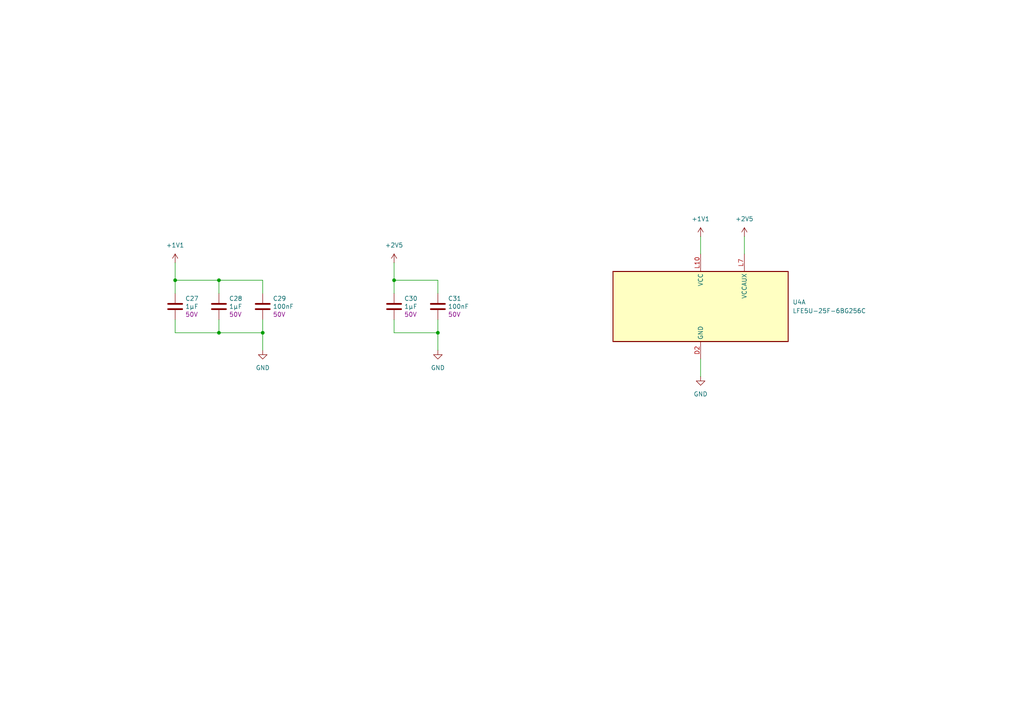
<source format=kicad_sch>
(kicad_sch (version 20250114) (generator "eeschema") (generator_version "9.0")
  (paper "A4")
  (title_block (title "Clavier - FPGA power") (date "2025-06-01") (rev "1.0") (company "Copyright (c) 2025 L. Sartory") (comment 1 "SPDX-License-Identifier: CERN-OHL-P-2.0"))
  (lib_symbols
    (symbol "Device:C" (pin_numbers (hide yes)) (pin_names (offset 0.254))
      (property "Reference" "C" (at 0.635 2.54 0))
      (property "Value" "C" (at 0.635 -2.54 0))
      (symbol "C_0_1"
        (polyline (pts (xy -2.032 0.762) (xy 2.032 0.762)) (stroke (width 0.508)))
        (polyline (pts (xy -2.032 -0.762) (xy 2.032 -0.762)) (stroke (width 0.508)))
      )
      (symbol "C_1_1"
        (pin passive line (at 0 3.81 270) (length 2.794) (name "~") (number "1"))
        (pin passive line (at 0 -3.81 90) (length 2.794) (name "~") (number "2"))
      )
    )
    (symbol "clavier:LFE5U-25F-6BG256x"
      (property "Reference" "U" (at 24.13 0 0))
      (property "Value" "LFE5U-25F-6BG256x" (at 24.13 -2.54 0))
      (symbol "LFE5U-25F-6BG256x_1_1"
        (rectangle (start -25.4 10.16) (end 25.4 -10.16) (stroke (width 0.3048)) (fill (type background)))
        (pin passive line (at 0 15.24 270) (length 5.08) (hide yes) (name "VCC") (number "G6"))
        (pin passive line (at 0 15.24 270) (length 5.08) (hide yes) (name "VCC") (number "G7"))
        (pin passive line (at 0 15.24 270) (length 5.08) (hide yes) (name "VCC") (number "G9"))
        (pin power_in line (at 0 15.24 270) (length 5.08) (name "VCC") (number "L10"))
        (pin passive line (at 0 15.24 270) (length 5.08) (hide yes) (name "VCC") (number "L8"))
        (pin passive line (at 0 15.24 270) (length 5.08) (hide yes) (name "VCC") (number "L9"))
        (pin passive line (at 0 -15.24 90) (length 5.08) (hide yes) (name "GND") (number "A1"))
        (pin passive line (at 0 -15.24 90) (length 5.08) (hide yes) (name "GND") (number "A16"))
        (pin passive line (at 0 -15.24 90) (length 5.08) (hide yes) (name "GND") (number "D15"))
        (pin power_in line (at 0 -15.24 90) (length 5.08) (name "GND") (number "D2"))
        (pin passive line (at 0 -15.24 90) (length 5.08) (hide yes) (name "GND") (number "F8"))
        (pin passive line (at 0 -15.24 90) (length 5.08) (hide yes) (name "GND") (number "F9"))
        (pin passive line (at 0 -15.24 90) (length 5.08) (hide yes) (name "GND") (number "G10"))
        (pin passive line (at 0 -15.24 90) (length 5.08) (hide yes) (name "GND") (number "G8"))
        (pin passive line (at 0 -15.24 90) (length 5.08) (hide yes) (name "GND") (number "H1"))
        (pin passive line (at 0 -15.24 90) (length 5.08) (hide yes) (name "GND") (number "H10"))
        (pin passive line (at 0 -15.24 90) (length 5.08) (hide yes) (name "GND") (number "H16"))
        (pin passive line (at 0 -15.24 90) (length 5.08) (hide yes) (name "GND") (number "H8"))
        (pin passive line (at 0 -15.24 90) (length 5.08) (hide yes) (name "GND") (number "H9"))
        (pin passive line (at 0 -15.24 90) (length 5.08) (hide yes) (name "GND") (number "J10"))
        (pin passive line (at 0 -15.24 90) (length 5.08) (hide yes) (name "GND") (number "J8"))
        (pin passive line (at 0 -15.24 90) (length 5.08) (hide yes) (name "GND") (number "J9"))
        (pin passive line (at 0 -15.24 90) (length 5.08) (hide yes) (name "GND") (number "K10"))
        (pin passive line (at 0 -15.24 90) (length 5.08) (hide yes) (name "GND") (number "K6"))
        (pin passive line (at 0 -15.24 90) (length 5.08) (hide yes) (name "GND") (number "K7"))
        (pin passive line (at 0 -15.24 90) (length 5.08) (hide yes) (name "GND") (number "K8"))
        (pin passive line (at 0 -15.24 90) (length 5.08) (hide yes) (name "GND") (number "K9"))
        (pin passive line (at 0 -15.24 90) (length 5.08) (hide yes) (name "GND") (number "N15"))
        (pin passive line (at 0 -15.24 90) (length 5.08) (hide yes) (name "GND") (number "N2"))
        (pin passive line (at 0 -15.24 90) (length 5.08) (hide yes) (name "GND") (number "T1"))
        (pin passive line (at 0 -15.24 90) (length 5.08) (hide yes) (name "GND") (number "T12"))
        (pin passive line (at 0 -15.24 90) (length 5.08) (hide yes) (name "GND") (number "T16"))
        (pin passive line (at 0 -15.24 90) (length 5.08) (hide yes) (name "GND") (number "T5"))
        (pin passive line (at 12.7 15.24 270) (length 5.08) (hide yes) (name "VCCAUX") (number "G11"))
        (pin power_in line (at 12.7 15.24 270) (length 5.08) (name "VCCAUX") (number "L7"))
      )
      (symbol "LFE5U-25F-6BG256x_2_1"
        (rectangle (start -5.08 35.56) (end 5.08 -35.56) (stroke (width 0.3048)) (fill (type background)))
        (pin bidirectional line (at -10.16 25.4 0) (length 5.08) (name "PT4A") (number "A2"))
        (pin bidirectional line (at -10.16 22.86 0) (length 5.08) (name "PT4B") (number "B3"))
        (pin bidirectional line (at -10.16 20.32 0) (length 5.08) (name "PT6A") (number "A3"))
        (pin bidirectional line (at -10.16 17.78 0) (length 5.08) (name "PT6B") (number "A4"))
        (pin bidirectional line (at -10.16 15.24 0) (length 5.08) (name "PT9A") (number "E4"))
        (pin bidirectional line (at -10.16 12.7 0) (length 5.08) (name "PT9B") (number "D4"))
        (pin bidirectional line (at -10.16 10.16 0) (length 5.08) (name "PT11A") (number "C4"))
        (pin bidirectional line (at -10.16 7.62 0) (length 5.08) (name "PT11B") (number "B4"))
        (pin bidirectional line (at -10.16 5.08 0) (length 5.08) (name "PT13A") (number "E5"))
        (pin bidirectional line (at -10.16 2.54 0) (length 5.08) (name "PT13B") (number "D5"))
        (pin bidirectional line (at -10.16 0 0) (length 5.08) (name "PT15A") (number "C5"))
        (pin bidirectional line (at -10.16 -2.54 0) (length 5.08) (name "PT15B") (number "B5"))
        (pin bidirectional line (at -10.16 -5.08 0) (length 5.08) (name "PT18A") (number "A5"))
        (pin bidirectional line (at -10.16 -7.62 0) (length 5.08) (name "PT18B") (number "A6"))
        (pin bidirectional line (at -10.16 -10.16 0) (length 5.08) (name "PT20A") (number "E6"))
        (pin bidirectional line (at -10.16 -12.7 0) (length 5.08) (name "PT20B") (number "D6"))
        (pin bidirectional line (at -10.16 -15.24 0) (length 5.08) (name "PT22A") (number "C6"))
        (pin bidirectional line (at -10.16 -17.78 0) (length 5.08) (name "PT22B") (number "B6"))
        (pin bidirectional line (at -10.16 -20.32 0) (length 5.08) (name "PT24A") (number "E7"))
        (pin bidirectional line (at -10.16 -22.86 0) (length 5.08) (name "PT24B") (number "D7"))
        (pin bidirectional line (at -10.16 -25.4 0) (length 5.08) (name "PT27A") (number "C7"))
        (pin bidirectional line (at -10.16 -27.94 0) (length 5.08) (name "PT27B") (number "B7"))
        (pin bidirectional line (at -10.16 -30.48 0) (length 5.08) (name "PT29A") (number "A7"))
        (pin bidirectional line (at -10.16 -33.02 0) (length 5.08) (name "PT29B") (number "A8"))
        (pin passive line (at 0 40.64 270) (length 5.08) (hide yes) (name "VCCIO0") (number "F6"))
        (pin power_in line (at 0 40.64 270) (length 5.08) (name "VCCIO0") (number "F7"))
      )
      (symbol "LFE5U-25F-6BG256x_3_1"
        (rectangle (start -5.08 45.72) (end 5.08 -45.72) (stroke (width 0.3048)) (fill (type background)))
        (pin bidirectional line (at -10.16 35.56 0) (length 5.08) (name "PT33A") (number "E8"))
        (pin bidirectional line (at -10.16 33.02 0) (length 5.08) (name "PT33B") (number "D8"))
        (pin bidirectional line (at -10.16 30.48 0) (length 5.08) (name "PT35A") (number "C8"))
        (pin bidirectional line (at -10.16 27.94 0) (length 5.08) (name "PT35B") (number "B8"))
        (pin bidirectional line (at -10.16 25.4 0) (length 5.08) (name "PT38A") (number "B9"))
        (pin bidirectional line (at -10.16 22.86 0) (length 5.08) (name "PT38B") (number "C9"))
        (pin bidirectional line (at -10.16 20.32 0) (length 5.08) (name "PT40A") (number "D9"))
        (pin bidirectional line (at -10.16 17.78 0) (length 5.08) (name "PT40B") (number "E9"))
        (pin bidirectional line (at -10.16 15.24 0) (length 5.08) (name "PT42A") (number "A9"))
        (pin bidirectional line (at -10.16 12.7 0) (length 5.08) (name "PT42B") (number "A10"))
        (pin bidirectional line (at -10.16 10.16 0) (length 5.08) (name "PT44A") (number "B10"))
        (pin bidirectional line (at -10.16 7.62 0) (length 5.08) (name "PT44B") (number "C10"))
        (pin bidirectional line (at -10.16 5.08 0) (length 5.08) (name "PT47A") (number "D10"))
        (pin bidirectional line (at -10.16 2.54 0) (length 5.08) (name "PT47B") (number "E10"))
        (pin bidirectional line (at -10.16 0 0) (length 5.08) (name "PT49A") (number "B11"))
        (pin bidirectional line (at -10.16 -2.54 0) (length 5.08) (name "PT49B") (number "C11"))
        (pin bidirectional line (at -10.16 -5.08 0) (length 5.08) (name "PT51A") (number "D11"))
        (pin bidirectional line (at -10.16 -7.62 0) (length 5.08) (name "PT51B") (number "E11"))
        (pin bidirectional line (at -10.16 -10.16 0) (length 5.08) (name "PT53A") (number "A11"))
        (pin bidirectional line (at -10.16 -12.7 0) (length 5.08) (name "PT53B") (number "A12"))
        (pin bidirectional line (at -10.16 -15.24 0) (length 5.08) (name "PT56A") (number "B12"))
        (pin bidirectional line (at -10.16 -17.78 0) (length 5.08) (name "PT56B") (number "C12"))
        (pin bidirectional line (at -10.16 -20.32 0) (length 5.08) (name "PT58A") (number "D12"))
        (pin bidirectional line (at -10.16 -22.86 0) (length 5.08) (name "PT58B") (number "E12"))
        (pin bidirectional line (at -10.16 -25.4 0) (length 5.08) (name "PT60A") (number "B13"))
        (pin bidirectional line (at -10.16 -27.94 0) (length 5.08) (name "PT60B") (number "C13"))
        (pin bidirectional line (at -10.16 -30.48 0) (length 5.08) (name "PT62A") (number "D13"))
        (pin bidirectional line (at -10.16 -33.02 0) (length 5.08) (name "PT62B") (number "E13"))
        (pin bidirectional line (at -10.16 -35.56 0) (length 5.08) (name "PT65A") (number "A13"))
        (pin bidirectional line (at -10.16 -38.1 0) (length 5.08) (name "PT65B") (number "A14"))
        (pin bidirectional line (at -10.16 -40.64 0) (length 5.08) (name "PT67A") (number "B14"))
        (pin bidirectional line (at -10.16 -43.18 0) (length 5.08) (name "PT67B") (number "A15"))
        (pin passive line (at 0 50.8 270) (length 5.08) (hide yes) (name "VCCIO1") (number "F10"))
        (pin power_in line (at 0 50.8 270) (length 5.08) (name "VCCIO1") (number "F11"))
      )
      (symbol "LFE5U-25F-6BG256x_4_1"
        (rectangle (start -5.08 45.72) (end 5.08 -45.72) (stroke (width 0.3048)) (fill (type background)))
        (pin bidirectional line (at -10.16 35.56 0) (length 5.08) (name "PR2A") (number "B16"))
        (pin bidirectional line (at -10.16 33.02 0) (length 5.08) (name "PR2B") (number "B15"))
        (pin bidirectional line (at -10.16 30.48 0) (length 5.08) (name "PR2C") (number "C14"))
        (pin bidirectional line (at -10.16 27.94 0) (length 5.08) (name "PR2D") (number "D14"))
        (pin bidirectional line (at -10.16 25.4 0) (length 5.08) (name "PR5A") (number "C16"))
        (pin bidirectional line (at -10.16 22.86 0) (length 5.08) (name "PR5B") (number "C15"))
        (pin bidirectional line (at -10.16 20.32 0) (length 5.08) (name "PR5C") (number "E14"))
        (pin bidirectional line (at -10.16 17.78 0) (length 5.08) (name "PR5D") (number "F14"))
        (pin bidirectional line (at -10.16 15.24 0) (length 5.08) (name "PR8A") (number "D16"))
        (pin bidirectional line (at -10.16 12.7 0) (length 5.08) (name "PR8B") (number "E15"))
        (pin bidirectional line (at -10.16 10.16 0) (length 5.08) (name "PR8C") (number "F13"))
        (pin bidirectional line (at -10.16 7.62 0) (length 5.08) (name "PR8D") (number "F12"))
        (pin bidirectional line (at -10.16 5.08 0) (length 5.08) (name "PR11A") (number "G12"))
        (pin bidirectional line (at -10.16 2.54 0) (length 5.08) (name "PR11B") (number "G13"))
        (pin bidirectional line (at -10.16 0 0) (length 5.08) (name "PR11C") (number "F15"))
        (pin bidirectional line (at -10.16 -2.54 0) (length 5.08) (name "PR11D") (number "E16"))
        (pin bidirectional line (at -10.16 -5.08 0) (length 5.08) (name "PR14A") (number "F16"))
        (pin bidirectional line (at -10.16 -7.62 0) (length 5.08) (name "PR14B") (number "G15"))
        (pin bidirectional line (at -10.16 -10.16 0) (length 5.08) (name "PR14C") (number "G14"))
        (pin bidirectional line (at -10.16 -12.7 0) (length 5.08) (name "PR14D") (number "H14"))
        (pin bidirectional line (at -10.16 -15.24 0) (length 5.08) (name "PR17A") (number "H12"))
        (pin bidirectional line (at -10.16 -17.78 0) (length 5.08) (name "PR17B") (number "H13"))
        (pin bidirectional line (at -10.16 -20.32 0) (length 5.08) (name "PR17C") (number "J13"))
        (pin bidirectional line (at -10.16 -22.86 0) (length 5.08) (name "PR17D") (number "J12"))
        (pin bidirectional line (at -10.16 -25.4 0) (length 5.08) (name "PR20A") (number "G16"))
        (pin bidirectional line (at -10.16 -27.94 0) (length 5.08) (name "PR20B") (number "H15"))
        (pin bidirectional line (at -10.16 -30.48 0) (length 5.08) (name "PR20C") (number "J14"))
        (pin bidirectional line (at -10.16 -33.02 0) (length 5.08) (name "PR20D") (number "K14"))
        (pin bidirectional line (at -10.16 -35.56 0) (length 5.08) (name "PR23A") (number "J16"))
        (pin bidirectional line (at -10.16 -38.1 0) (length 5.08) (name "PR23B") (number "J15"))
        (pin bidirectional line (at -10.16 -40.64 0) (length 5.08) (name "PR23C") (number "K16"))
        (pin bidirectional line (at -10.16 -43.18 0) (length 5.08) (name "PR23D") (number "K15"))
        (pin power_in line (at 0 50.8 270) (length 5.08) (name "VCCIO2") (number "H11"))
        (pin passive line (at 0 50.8 270) (length 5.08) (hide yes) (name "VCCIO2") (number "J11"))
      )
      (symbol "LFE5U-25F-6BG256x_5_1"
        (rectangle (start -5.08 45.72) (end 5.08 -45.72) (stroke (width 0.3048)) (fill (type background)))
        (pin bidirectional line (at -10.16 35.56 0) (length 5.08) (name "PR26A") (number "L16"))
        (pin bidirectional line (at -10.16 33.02 0) (length 5.08) (name "PR26B") (number "L15"))
        (pin bidirectional line (at -10.16 30.48 0) (length 5.08) (name "PR26C") (number "M16"))
        (pin bidirectional line (at -10.16 27.94 0) (length 5.08) (name "PR26D") (number "M15"))
        (pin bidirectional line (at -10.16 25.4 0) (length 5.08) (name "PR29A") (number "K13"))
        (pin bidirectional line (at -10.16 22.86 0) (length 5.08) (name "PR29B") (number "K12"))
        (pin bidirectional line (at -10.16 20.32 0) (length 5.08) (name "PR29C") (number "L13"))
        (pin bidirectional line (at -10.16 17.78 0) (length 5.08) (name "PR29D") (number "L12"))
        (pin bidirectional line (at -10.16 15.24 0) (length 5.08) (name "PR32A") (number "N16"))
        (pin bidirectional line (at -10.16 12.7 0) (length 5.08) (name "PR32B") (number "P15"))
        (pin bidirectional line (at -10.16 10.16 0) (length 5.08) (name "PR32C") (number "L14"))
        (pin bidirectional line (at -10.16 7.62 0) (length 5.08) (name "PR32D") (number "M14"))
        (pin bidirectional line (at -10.16 5.08 0) (length 5.08) (name "PR35A") (number "P16"))
        (pin bidirectional line (at -10.16 2.54 0) (length 5.08) (name "PR35B") (number "R16"))
        (pin bidirectional line (at -10.16 0 0) (length 5.08) (name "PR35C") (number "M13"))
        (pin bidirectional line (at -10.16 -2.54 0) (length 5.08) (name "PR35D") (number "N14"))
        (pin bidirectional line (at -10.16 -5.08 0) (length 5.08) (name "PR38A") (number "N13"))
        (pin bidirectional line (at -10.16 -7.62 0) (length 5.08) (name "PR38B") (number "P14"))
        (pin bidirectional line (at -10.16 -10.16 0) (length 5.08) (name "PR38C") (number "R15"))
        (pin bidirectional line (at -10.16 -12.7 0) (length 5.08) (name "PR38D") (number "T15"))
        (pin bidirectional line (at -10.16 -15.24 0) (length 5.08) (name "PR41A") (number "P13"))
        (pin bidirectional line (at -10.16 -17.78 0) (length 5.08) (name "PR41B") (number "R14"))
        (pin bidirectional line (at -10.16 -20.32 0) (length 5.08) (name "PR41C") (number "R13"))
        (pin bidirectional line (at -10.16 -22.86 0) (length 5.08) (name "PR41D") (number "T14"))
        (pin bidirectional line (at -10.16 -25.4 0) (length 5.08) (name "PR44A") (number "R12"))
        (pin bidirectional line (at -10.16 -27.94 0) (length 5.08) (name "PR44B") (number "T13"))
        (pin bidirectional line (at -10.16 -30.48 0) (length 5.08) (name "PR44C") (number "M12"))
        (pin bidirectional line (at -10.16 -33.02 0) (length 5.08) (name "PR44D") (number "N12"))
        (pin bidirectional line (at -10.16 -35.56 0) (length 5.08) (name "PR47A") (number "M11"))
        (pin bidirectional line (at -10.16 -38.1 0) (length 5.08) (name "PR47B") (number "N11"))
        (pin bidirectional line (at -10.16 -40.64 0) (length 5.08) (name "PR47C") (number "P11"))
        (pin bidirectional line (at -10.16 -43.18 0) (length 5.08) (name "PR47D") (number "P12"))
        (pin passive line (at 0 50.8 270) (length 5.08) (hide yes) (name "VCCIO3") (number "K11"))
        (pin power_in line (at 0 50.8 270) (length 5.08) (name "VCCIO3") (number "L11"))
      )
      (symbol "LFE5U-25F-6BG256x_6_1"
        (rectangle (start -5.08 45.72) (end 5.08 -45.72) (stroke (width 0.3048)) (fill (type background)))
        (pin bidirectional line (at -10.16 35.56 0) (length 5.08) (name "PL26A") (number "L1"))
        (pin bidirectional line (at -10.16 33.02 0) (length 5.08) (name "PL26B") (number "L2"))
        (pin bidirectional line (at -10.16 30.48 0) (length 5.08) (name "PL26C") (number "M1"))
        (pin bidirectional line (at -10.16 27.94 0) (length 5.08) (name "PL26D") (number "M2"))
        (pin bidirectional line (at -10.16 25.4 0) (length 5.08) (name "PL29A") (number "K4"))
        (pin bidirectional line (at -10.16 22.86 0) (length 5.08) (name "PL29B") (number "K5"))
        (pin bidirectional line (at -10.16 20.32 0) (length 5.08) (name "PL29C") (number "L4"))
        (pin bidirectional line (at -10.16 17.78 0) (length 5.08) (name "PL29D") (number "L5"))
        (pin bidirectional line (at -10.16 15.24 0) (length 5.08) (name "PL32A") (number "N1"))
        (pin bidirectional line (at -10.16 12.7 0) (length 5.08) (name "PL32B") (number "P2"))
        (pin bidirectional line (at -10.16 10.16 0) (length 5.08) (name "PL32C") (number "L3"))
        (pin bidirectional line (at -10.16 7.62 0) (length 5.08) (name "PL32D") (number "M3"))
        (pin bidirectional line (at -10.16 5.08 0) (length 5.08) (name "PL35A") (number "P1"))
        (pin bidirectional line (at -10.16 2.54 0) (length 5.08) (name "PL35B") (number "R1"))
        (pin bidirectional line (at -10.16 0 0) (length 5.08) (name "PL35C") (number "M4"))
        (pin bidirectional line (at -10.16 -2.54 0) (length 5.08) (name "PL35D") (number "N3"))
        (pin bidirectional line (at -10.16 -5.08 0) (length 5.08) (name "PL38A") (number "N4"))
        (pin bidirectional line (at -10.16 -7.62 0) (length 5.08) (name "PL38B") (number "P3"))
        (pin bidirectional line (at -10.16 -10.16 0) (length 5.08) (name "PL38C") (number "R2"))
        (pin bidirectional line (at -10.16 -12.7 0) (length 5.08) (name "PL38D") (number "T2"))
        (pin bidirectional line (at -10.16 -15.24 0) (length 5.08) (name "PL41A") (number "P4"))
        (pin bidirectional line (at -10.16 -17.78 0) (length 5.08) (name "PL41B") (number "R3"))
        (pin bidirectional line (at -10.16 -20.32 0) (length 5.08) (name "PL41C") (number "R4"))
        (pin bidirectional line (at -10.16 -22.86 0) (length 5.08) (name "PL41D") (number "T3"))
        (pin bidirectional line (at -10.16 -25.4 0) (length 5.08) (name "PL44A") (number "R5"))
        (pin bidirectional line (at -10.16 -27.94 0) (length 5.08) (name "PL44B") (number "T4"))
        (pin bidirectional line (at -10.16 -30.48 0) (length 5.08) (name "PL44C") (number "M5"))
        (pin bidirectional line (at -10.16 -33.02 0) (length 5.08) (name "PL44D") (number "N5"))
        (pin bidirectional line (at -10.16 -35.56 0) (length 5.08) (name "PL47A") (number "M6"))
        (pin bidirectional line (at -10.16 -38.1 0) (length 5.08) (name "PL47B") (number "N6"))
        (pin bidirectional line (at -10.16 -40.64 0) (length 5.08) (name "PL47C") (number "P6"))
        (pin bidirectional line (at -10.16 -43.18 0) (length 5.08) (name "PL47D") (number "P5"))
        (pin passive line (at 0 50.8 270) (length 5.08) (hide yes) (name "VCCIO6") (number "J6"))
        (pin power_in line (at 0 50.8 270) (length 5.08) (name "VCCIO6") (number "J7"))
      )
      (symbol "LFE5U-25F-6BG256x_7_1"
        (rectangle (start -5.08 45.72) (end 5.08 -45.72) (stroke (width 0.3048)) (fill (type background)))
        (pin bidirectional line (at -10.16 35.56 0) (length 5.08) (name "PL2A") (number "B1"))
        (pin bidirectional line (at -10.16 33.02 0) (length 5.08) (name "PL2B") (number "B2"))
        (pin bidirectional line (at -10.16 30.48 0) (length 5.08) (name "PL2C") (number "C3"))
        (pin bidirectional line (at -10.16 27.94 0) (length 5.08) (name "PL2D") (number "D3"))
        (pin bidirectional line (at -10.16 25.4 0) (length 5.08) (name "PL5A") (number "C1"))
        (pin bidirectional line (at -10.16 22.86 0) (length 5.08) (name "PL5B") (number "C2"))
        (pin bidirectional line (at -10.16 20.32 0) (length 5.08) (name "PL5C") (number "E3"))
        (pin bidirectional line (at -10.16 17.78 0) (length 5.08) (name "PL5D") (number "F3"))
        (pin bidirectional line (at -10.16 15.24 0) (length 5.08) (name "PL8A") (number "D1"))
        (pin bidirectional line (at -10.16 12.7 0) (length 5.08) (name "PL8B") (number "E2"))
        (pin bidirectional line (at -10.16 10.16 0) (length 5.08) (name "PL8C") (number "F4"))
        (pin bidirectional line (at -10.16 7.62 0) (length 5.08) (name "PL8D") (number "F5"))
        (pin bidirectional line (at -10.16 5.08 0) (length 5.08) (name "PL11A") (number "G5"))
        (pin bidirectional line (at -10.16 2.54 0) (length 5.08) (name "PL11B") (number "G4"))
        (pin bidirectional line (at -10.16 0 0) (length 5.08) (name "PL11C") (number "F2"))
        (pin bidirectional line (at -10.16 -2.54 0) (length 5.08) (name "PL11D") (number "E1"))
        (pin bidirectional line (at -10.16 -5.08 0) (length 5.08) (name "PL14A") (number "F1"))
        (pin bidirectional line (at -10.16 -7.62 0) (length 5.08) (name "PL14B") (number "G2"))
        (pin bidirectional line (at -10.16 -10.16 0) (length 5.08) (name "PL14C") (number "G3"))
        (pin bidirectional line (at -10.16 -12.7 0) (length 5.08) (name "PL14D") (number "H3"))
        (pin bidirectional line (at -10.16 -15.24 0) (length 5.08) (name "PL17A") (number "H5"))
        (pin bidirectional line (at -10.16 -17.78 0) (length 5.08) (name "PL17B") (number "H4"))
        (pin bidirectional line (at -10.16 -20.32 0) (length 5.08) (name "PL17C") (number "J4"))
        (pin bidirectional line (at -10.16 -22.86 0) (length 5.08) (name "PL17D") (number "J5"))
        (pin bidirectional line (at -10.16 -25.4 0) (length 5.08) (name "PL20A") (number "G1"))
        (pin bidirectional line (at -10.16 -27.94 0) (length 5.08) (name "PL20B") (number "H2"))
        (pin bidirectional line (at -10.16 -30.48 0) (length 5.08) (name "PL20C") (number "J3"))
        (pin bidirectional line (at -10.16 -33.02 0) (length 5.08) (name "PL20D") (number "K3"))
        (pin bidirectional line (at -10.16 -35.56 0) (length 5.08) (name "PL23A") (number "J1"))
        (pin bidirectional line (at -10.16 -38.1 0) (length 5.08) (name "PL23B") (number "J2"))
        (pin bidirectional line (at -10.16 -40.64 0) (length 5.08) (name "PL23C") (number "K1"))
        (pin bidirectional line (at -10.16 -43.18 0) (length 5.08) (name "PL23D") (number "K2"))
        (pin passive line (at 0 50.8 270) (length 5.08) (hide yes) (name "VCCIO7") (number "H6"))
        (pin power_in line (at 0 50.8 270) (length 5.08) (name "VCCIO7") (number "H7"))
      )
      (symbol "LFE5U-25F-6BG256x_8_1"
        (rectangle (start -5.08 21.59) (end 5.08 -21.59) (stroke (width 0.3048)) (fill (type background)))
        (pin bidirectional line (at -10.16 11.43 0) (length 5.08) (name "PB4A") (number "T6"))
        (pin bidirectional line (at -10.16 8.89 0) (length 5.08) (name "PB4B") (number "R6"))
        (pin bidirectional line (at -10.16 6.35 0) (length 5.08) (name "PB6A") (number "R7"))
        (pin bidirectional line (at -10.16 3.81 0) (length 5.08) (name "PB6B") (number "P7"))
        (pin bidirectional line (at -10.16 1.27 0) (length 5.08) (name "PB9A") (number "N7"))
        (pin bidirectional line (at -10.16 -1.27 0) (length 5.08) (name "PB9B") (number "M7"))
        (pin bidirectional line (at -10.16 -3.81 0) (length 5.08) (name "PB11A") (number "T7"))
        (pin bidirectional line (at -10.16 -6.35 0) (length 5.08) (name "PB11B") (number "T8"))
        (pin bidirectional line (at -10.16 -8.89 0) (length 5.08) (name "PB13A") (number "R8"))
        (pin bidirectional line (at -10.16 -11.43 0) (length 5.08) (name "PB13B") (number "P8"))
        (pin bidirectional line (at -10.16 -13.97 0) (length 5.08) (name "PB15A") (number "N8"))
        (pin bidirectional line (at -10.16 -16.51 0) (length 5.08) (name "PB15B") (number "M8"))
        (pin bidirectional line (at -10.16 -19.05 0) (length 5.08) (name "PB18A") (number "M9"))
        (pin power_in line (at 0 26.67 270) (length 5.08) (name "VCCIO8") (number "L6"))
      )
      (symbol "LFE5U-25F-6BG256x_9_1"
        (rectangle (start -10.16 12.7) (end 10.16 -12.7) (stroke (width 0.3048)) (fill (type background)))
        (pin bidirectional line (at -15.24 10.16 0) (length 5.08) (name "CCLK") (number "N9"))
        (pin input line (at -15.24 5.08 0) (length 5.08) (name "~{PROGRAM}") (number "R9"))
        (pin open_collector line (at -15.24 2.54 0) (length 5.08) (name "~{INIT}") (number "T9"))
        (pin open_collector line (at -15.24 0 0) (length 5.08) (name "DONE") (number "P9"))
        (pin input line (at -15.24 -5.08 0) (length 5.08) (name "CFG_0") (number "N10"))
        (pin input line (at -15.24 -7.62 0) (length 5.08) (name "CFG_1") (number "P10"))
        (pin input line (at -15.24 -10.16 0) (length 5.08) (name "CFG_2") (number "R10"))
        (pin output line (at 15.24 10.16 180) (length 5.08) (name "TDO") (number "M10"))
        (pin input line (at 15.24 7.62 180) (length 5.08) (name "TCK") (number "T10"))
        (pin input line (at 15.24 5.08 180) (length 5.08) (name "TDI") (number "R11"))
        (pin input line (at 15.24 2.54 180) (length 5.08) (name "TMS") (number "T11"))
      )
    )
    (symbol "power:+1V1" (power) (pin_numbers (hide yes)) (pin_names (offset 0) (hide yes))
      (property "Value" "+1V1" (at 0 3.556 0))
      (symbol "+1V1_0_1"
        (polyline (pts (xy -0.762 1.27) (xy 0 2.54)))
        (polyline (pts (xy 0 2.54) (xy 0.762 1.27)))
        (polyline (pts (xy 0 0) (xy 0 2.54)))
      )
      (symbol "+1V1_1_1"
        (pin power_in line (at 0 0 90) (length 0) (name "~") (number "1"))
      )
    )
    (symbol "power:+2V5" (power) (pin_numbers (hide yes)) (pin_names (offset 0) (hide yes))
      (property "Value" "+2V5" (at 0 3.556 0))
      (symbol "+2V5_0_1"
        (polyline (pts (xy -0.762 1.27) (xy 0 2.54)))
        (polyline (pts (xy 0 2.54) (xy 0.762 1.27)))
        (polyline (pts (xy 0 0) (xy 0 2.54)))
      )
      (symbol "+2V5_1_1"
        (pin power_in line (at 0 0 90) (length 0) (name "~") (number "1"))
      )
    )
    (symbol "power:GND" (power) (pin_numbers (hide yes)) (pin_names (offset 0) (hide yes))
      (property "Value" "GND" (at 0 -3.81 0))
      (symbol "GND_0_1"
        (polyline (pts (xy 0 0) (xy 0 -1.27) (xy 1.27 -1.27) (xy 0 -2.54) (xy -1.27 -1.27) (xy 0 -1.27)))
      )
      (symbol "GND_1_1"
        (pin power_in line (at 0 0 270) (length 0) (name "~") (number "1"))
      )
    )
  )
  (junction (at 127 96.52))
  (junction (at 50.8 81.28))
  (junction (at 63.5 81.28))
  (junction (at 114.3 81.28))
  (junction (at 76.2 96.52))
  (junction (at 63.5 96.52))
  (wire (pts (xy 50.8 76.2) (xy 50.8 81.28)))
  (wire (pts (xy 114.3 81.28) (xy 114.3 85.09)))
  (wire (pts (xy 63.5 81.28) (xy 50.8 81.28)))
  (wire (pts (xy 114.3 76.2) (xy 114.3 81.28)))
  (wire (pts (xy 203.2 109.22) (xy 203.2 104.14)))
  (wire (pts (xy 114.3 96.52) (xy 127 96.52)))
  (wire (pts (xy 127 92.71) (xy 127 96.52)))
  (wire (pts (xy 50.8 81.28) (xy 50.8 85.09)))
  (wire (pts (xy 76.2 96.52) (xy 76.2 101.6)))
  (wire (pts (xy 127 96.52) (xy 127 101.6)))
  (wire (pts (xy 127 81.28) (xy 114.3 81.28)))
  (wire (pts (xy 203.2 68.58) (xy 203.2 73.66)))
  (wire (pts (xy 50.8 92.71) (xy 50.8 96.52)))
  (wire (pts (xy 63.5 96.52) (xy 76.2 96.52)))
  (wire (pts (xy 50.8 96.52) (xy 63.5 96.52)))
  (wire (pts (xy 63.5 81.28) (xy 63.5 85.09)))
  (wire (pts (xy 76.2 85.09) (xy 76.2 81.28)))
  (wire (pts (xy 127 81.28) (xy 127 85.09)))
  (wire (pts (xy 63.5 92.71) (xy 63.5 96.52)))
  (wire (pts (xy 76.2 81.28) (xy 63.5 81.28)))
  (wire (pts (xy 76.2 92.71) (xy 76.2 96.52)))
  (wire (pts (xy 114.3 92.71) (xy 114.3 96.52)))
  (wire (pts (xy 215.9 68.58) (xy 215.9 73.66)))
  (symbol (lib_id "Device:C") (at 50.8 88.9 0) (unit 1)
    (property "Reference" "C27" (at 53.721 86.5886 0) (effects (justify left)))
    (property "Value" "1µF" (at 53.721 88.9 0) (effects (justify left)))
    (property "Footprint" "Capacitor_SMD:C_0402_1005Metric_Pad0.74x0.62mm_HandSolder" (effects (hide yes)))
    (property "Datasheet" "https://www.lcsc.com/datasheet/lcsc_datasheet_2410010232_Murata-Electronics-GRM155R61H105KE05D_C1518208.pdf" (effects (hide yes)))
    (property "Voltage" "50V" (at 53.721 91.2114 0) (effects (justify left)))
    (property "Part_number" "GRM155R61H105KE05D" (effects (hide yes)))
    (property "LCSC" "C1518208" (effects (hide yes)))
  )
  (symbol (lib_id "Device:C") (at 76.2 88.9 0) (unit 1)
    (property "Reference" "C29" (at 79.121 86.5886 0) (effects (justify left)))
    (property "Value" "100nF" (at 79.121 88.9 0) (effects (justify left)))
    (property "Footprint" "Capacitor_SMD:C_0402_1005Metric_Pad0.74x0.62mm_HandSolder" (effects (hide yes)))
    (property "Datasheet" "https://www.lcsc.com/datasheet/lcsc_datasheet_2410121858_Murata-Electronics-GRM155R71H104KE14D_C77020.pdf" (effects (hide yes)))
    (property "Voltage" "50V" (at 79.121 91.2114 0) (effects (justify left)))
    (property "Part_number" "GRM155R71H104KE14D" (effects (hide yes)))
    (property "LCSC" "C77020" (effects (hide yes)))
  )
  (symbol (lib_id "Device:C") (at 63.5 88.9 0) (unit 1)
    (property "Reference" "C28" (at 66.421 86.5886 0) (effects (justify left)))
    (property "Value" "1µF" (at 66.421 88.9 0) (effects (justify left)))
    (property "Footprint" "Capacitor_SMD:C_0402_1005Metric_Pad0.74x0.62mm_HandSolder" (effects (hide yes)))
    (property "Datasheet" "https://www.lcsc.com/datasheet/lcsc_datasheet_2410010232_Murata-Electronics-GRM155R61H105KE05D_C1518208.pdf" (effects (hide yes)))
    (property "Voltage" "50V" (at 66.421 91.2114 0) (effects (justify left)))
    (property "Part_number" "GRM155R61H105KE05D" (effects (hide yes)))
    (property "LCSC" "C1518208" (effects (hide yes)))
  )
  (symbol (lib_id "Device:C") (at 114.3 88.9 0) (unit 1)
    (property "Reference" "C30" (at 117.221 86.5886 0) (effects (justify left)))
    (property "Value" "1µF" (at 117.221 88.9 0) (effects (justify left)))
    (property "Footprint" "Capacitor_SMD:C_0402_1005Metric_Pad0.74x0.62mm_HandSolder" (effects (hide yes)))
    (property "Datasheet" "https://www.lcsc.com/datasheet/lcsc_datasheet_2410010232_Murata-Electronics-GRM155R61H105KE05D_C1518208.pdf" (effects (hide yes)))
    (property "Voltage" "50V" (at 117.221 91.2114 0) (effects (justify left)))
    (property "Part_number" "GRM155R61H105KE05D" (effects (hide yes)))
    (property "LCSC" "C1518208" (effects (hide yes)))
  )
  (symbol (lib_id "clavier:LFE5U-25F-6BG256x") (at 203.2 88.9 0) (unit 1)
    (property "Reference" "U4" (at 229.87 87.6299 0) (effects (justify left)))
    (property "Value" "LFE5U-25F-6BG256C" (at 229.87 90.1699 0) (effects (justify left)))
    (property "Footprint" "Package_BGA:BGA-256_14.0x14.0mm_Layout16x16_P0.8mm_Ball0.45mm_Pad0.32mm_NSMD" (effects (hide yes)))
    (property "Datasheet" "https://www.latticesemi.com/view_document?document_id=50461" (effects (hide yes)))
    (property "Description" "ECP5 FPGA, 24K LUTs, 1.1V, BGA-256" (effects (hide yes)))
    (property "LCSC" "C1521614" (effects (hide yes)))
    (property "Part_number" "LFE5U-25F-6BG256C" (effects (hide yes)))
  )
  (symbol (lib_id "power:+2V5") (at 114.3 76.2 0) (unit 1)
    (property "Reference" "#PWR057" (effects (hide yes)))
    (property "Value" "+2V5" (at 114.3 71.12 0))
    (property "Description" "Power symbol creates a global label with name \"+2V5\"" (effects (hide yes)))
  )
  (symbol (lib_id "power:+2V5") (at 215.9 68.58 0) (unit 1)
    (property "Reference" "#PWR055" (effects (hide yes)))
    (property "Value" "+2V5" (at 215.9 63.5 0))
    (property "Description" "Power symbol creates a global label with name \"+2V5\"" (effects (hide yes)))
  )
  (symbol (lib_id "power:+1V1") (at 203.2 68.58 0) (unit 1)
    (property "Reference" "#PWR054" (effects (hide yes)))
    (property "Value" "+1V1" (at 203.2 63.5 0))
    (property "Description" "Power symbol creates a global label with name \"+1V1\"" (effects (hide yes)))
  )
  (symbol (lib_id "power:GND") (at 127 101.6 0) (unit 1)
    (property "Reference" "#PWR059" (effects (hide yes)))
    (property "Value" "GND" (at 127 106.68 0))
    (property "Description" "Power symbol creates a global label with name \"GND\" , ground" (effects (hide yes)))
  )
  (symbol (lib_id "power:GND") (at 76.2 101.6 0) (unit 1)
    (property "Reference" "#PWR058" (effects (hide yes)))
    (property "Value" "GND" (at 76.2 106.68 0))
    (property "Description" "Power symbol creates a global label with name \"GND\" , ground" (effects (hide yes)))
  )
  (symbol (lib_id "power:+1V1") (at 50.8 76.2 0) (unit 1)
    (property "Reference" "#PWR056" (effects (hide yes)))
    (property "Value" "+1V1" (at 50.8 71.12 0))
    (property "Description" "Power symbol creates a global label with name \"+1V1\"" (effects (hide yes)))
  )
  (symbol (lib_id "power:GND") (at 203.2 109.22 0) (unit 1)
    (property "Reference" "#PWR060" (effects (hide yes)))
    (property "Value" "GND" (at 203.2 114.3 0))
    (property "Description" "Power symbol creates a global label with name \"GND\" , ground" (effects (hide yes)))
  )
  (symbol (lib_id "Device:C") (at 127 88.9 0) (unit 1)
    (property "Reference" "C31" (at 129.921 86.5886 0) (effects (justify left)))
    (property "Value" "100nF" (at 129.921 88.9 0) (effects (justify left)))
    (property "Footprint" "Capacitor_SMD:C_0402_1005Metric_Pad0.74x0.62mm_HandSolder" (effects (hide yes)))
    (property "Datasheet" "https://www.lcsc.com/datasheet/lcsc_datasheet_2410121858_Murata-Electronics-GRM155R71H104KE14D_C77020.pdf" (effects (hide yes)))
    (property "Voltage" "50V" (at 129.921 91.2114 0) (effects (justify left)))
    (property "Part_number" "GRM155R71H104KE14D" (effects (hide yes)))
    (property "LCSC" "C77020" (effects (hide yes)))
  )
)
</source>
